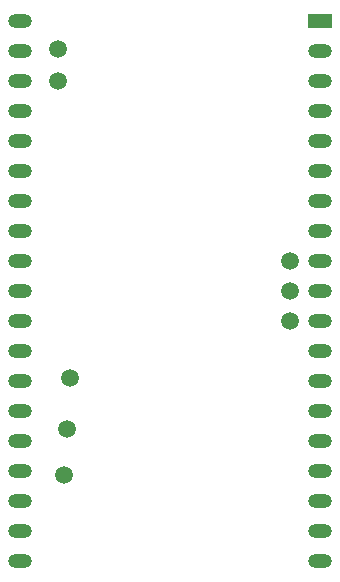
<source format=gbr>
%TF.GenerationSoftware,KiCad,Pcbnew,7.0.5-0*%
%TF.CreationDate,2023-06-28T16:51:41-07:00*%
%TF.ProjectId,SLM-VERA,534c4d2d-5645-4524-912e-6b696361645f,rev?*%
%TF.SameCoordinates,PX5f5d2a1PY5f5eba0*%
%TF.FileFunction,Copper,L2,Bot*%
%TF.FilePolarity,Positive*%
%FSLAX46Y46*%
G04 Gerber Fmt 4.6, Leading zero omitted, Abs format (unit mm)*
G04 Created by KiCad (PCBNEW 7.0.5-0) date 2023-06-28 16:51:41*
%MOMM*%
%LPD*%
G01*
G04 APERTURE LIST*
%TA.AperFunction,ComponentPad*%
%ADD10C,1.500000*%
%TD*%
%TA.AperFunction,ComponentPad*%
%ADD11R,2.000000X1.200000*%
%TD*%
%TA.AperFunction,ComponentPad*%
%ADD12O,2.000000X1.200000*%
%TD*%
G04 APERTURE END LIST*
D10*
%TO.P,~{LED3},1,1*%
%TO.N,/~{LED3}*%
X5700000Y16600000D03*
%TD*%
%TO.P,~{LASER2},1,1*%
%TO.N,/~{LASER2}*%
X24396141Y23946417D03*
%TD*%
%TO.P,STROBE,1,1*%
%TO.N,/STROBE*%
X4699999Y41720000D03*
%TD*%
%TO.P,~{LASER1},1,1*%
%TO.N,/~{LASER1}*%
X24400000Y26500000D03*
%TD*%
%TO.P,~{LED1},1,1*%
%TO.N,/~{LED1}*%
X5200000Y8400000D03*
%TD*%
%TO.P,TRIGGER,1,1*%
%TO.N,/TRIGGER*%
X4699999Y44420000D03*
%TD*%
%TO.P,~{LASER3},1,1*%
%TO.N,/~{LASER3}*%
X24400000Y21400000D03*
%TD*%
%TO.P,~{LED2},1,1*%
%TO.N,/~{LED2}*%
X5500000Y12300000D03*
%TD*%
D11*
%TO.P,U4,1,3V3*%
%TO.N,+3V3*%
X26899999Y46820000D03*
D12*
%TO.P,U4,2,CHIP_PU*%
%TO.N,unconnected-(U4-CHIP_PU-Pad2)*%
X26899999Y44280000D03*
%TO.P,U4,3,SENSOR_VP/GPIO36/ADC1_CH0*%
%TO.N,unconnected-(U4-SENSOR_VP{slash}GPIO36{slash}ADC1_CH0-Pad3)*%
X26899999Y41740000D03*
%TO.P,U4,4,SENSOR_VN/GPIO39/ADC1_CH3*%
%TO.N,unconnected-(U4-SENSOR_VN{slash}GPIO39{slash}ADC1_CH3-Pad4)*%
X26899999Y39200000D03*
%TO.P,U4,5,VDET_1/GPIO34/ADC1_CH6*%
%TO.N,unconnected-(U4-VDET_1{slash}GPIO34{slash}ADC1_CH6-Pad5)*%
X26899999Y36660000D03*
%TO.P,U4,6,VDET_2/GPIO35/ADC1_CH7*%
%TO.N,unconnected-(U4-VDET_2{slash}GPIO35{slash}ADC1_CH7-Pad6)*%
X26899999Y34120000D03*
%TO.P,U4,7,32K_XP/GPIO32/ADC1_CH4*%
%TO.N,unconnected-(U4-32K_XP{slash}GPIO32{slash}ADC1_CH4-Pad7)*%
X26899999Y31580000D03*
%TO.P,U4,8,32K_XN/GPIO33/ADC1_CH5*%
%TO.N,unconnected-(U4-32K_XN{slash}GPIO33{slash}ADC1_CH5-Pad8)*%
X26899999Y29040000D03*
%TO.P,U4,9,DAC_1/ADC2_CH8/GPIO25*%
%TO.N,/~{LASER1}*%
X26899999Y26500000D03*
%TO.P,U4,10,DAC_2/ADC2_CH9/GPIO26*%
%TO.N,/~{LASER2}*%
X26899999Y23960000D03*
%TO.P,U4,11,ADC2_CH7/GPIO27*%
%TO.N,/~{LASER3}*%
X26899999Y21420000D03*
%TO.P,U4,12,MTMS/GPIO14/ADC2_CH6*%
%TO.N,unconnected-(U4-MTMS{slash}GPIO14{slash}ADC2_CH6-Pad12)*%
X26899999Y18880000D03*
%TO.P,U4,13,MTDI/GPIO12/ADC2_CH5*%
%TO.N,unconnected-(U4-MTDI{slash}GPIO12{slash}ADC2_CH5-Pad13)*%
X26899999Y16340000D03*
%TO.P,U4,14,GND*%
%TO.N,GND*%
X26899999Y13800000D03*
%TO.P,U4,15,MTCK/GPIO13/ADC2_CH4*%
%TO.N,unconnected-(U4-MTCK{slash}GPIO13{slash}ADC2_CH4-Pad15)*%
X26899999Y11260000D03*
%TO.P,U4,16,SD_DATA2/GPIO9*%
%TO.N,unconnected-(U4-SD_DATA2{slash}GPIO9-Pad16)*%
X26899999Y8720000D03*
%TO.P,U4,17,SD_DATA3/GPIO10*%
%TO.N,unconnected-(U4-SD_DATA3{slash}GPIO10-Pad17)*%
X26899999Y6180000D03*
%TO.P,U4,18,CMD*%
%TO.N,unconnected-(U4-CMD-Pad18)*%
X26899999Y3640000D03*
%TO.P,U4,19,5V*%
%TO.N,unconnected-(U4-5V-Pad19)*%
X26899999Y1100000D03*
%TO.P,U4,20,SD_CLK/GPIO6*%
%TO.N,unconnected-(U4-SD_CLK{slash}GPIO6-Pad20)*%
X1503679Y1102720D03*
%TO.P,U4,21,SD_DATA0/GPIO7*%
%TO.N,unconnected-(U4-SD_DATA0{slash}GPIO7-Pad21)*%
X1503679Y3642720D03*
%TO.P,U4,22,SD_DATA1/GPIO8*%
%TO.N,unconnected-(U4-SD_DATA1{slash}GPIO8-Pad22)*%
X1499999Y6180000D03*
%TO.P,U4,23,MTDO/GPIO15/ADC2_CH3*%
%TO.N,unconnected-(U4-MTDO{slash}GPIO15{slash}ADC2_CH3-Pad23)*%
X1499999Y8720000D03*
%TO.P,U4,24,ADC2_CH2/GPIO2*%
%TO.N,unconnected-(U4-ADC2_CH2{slash}GPIO2-Pad24)*%
X1499999Y11260000D03*
%TO.P,U4,25,GPIO0/BOOT/ADC2_CH1*%
%TO.N,unconnected-(U4-GPIO0{slash}BOOT{slash}ADC2_CH1-Pad25)*%
X1499999Y13800000D03*
%TO.P,U4,26,ADC2_CH0/GPIO4*%
%TO.N,unconnected-(U4-ADC2_CH0{slash}GPIO4-Pad26)*%
X1499999Y16340000D03*
%TO.P,U4,27,GPIO16*%
%TO.N,unconnected-(U4-GPIO16-Pad27)*%
X1499999Y18880000D03*
%TO.P,U4,28,GPIO17*%
%TO.N,unconnected-(U4-GPIO17-Pad28)*%
X1499999Y21420000D03*
%TO.P,U4,29,GPIO5*%
%TO.N,unconnected-(U4-GPIO5-Pad29)*%
X1499999Y23960000D03*
%TO.P,U4,30,GPIO18*%
%TO.N,/~{LED1}*%
X1499999Y26500000D03*
%TO.P,U4,31,GPIO19*%
%TO.N,/~{LED2}*%
X1499999Y29040000D03*
%TO.P,U4,32,GND*%
%TO.N,GND*%
X1499999Y31580000D03*
%TO.P,U4,33,GPIO21*%
%TO.N,/~{LED3}*%
X1499999Y34120000D03*
%TO.P,U4,34,U0RXD/GPIO3*%
%TO.N,unconnected-(U4-U0RXD{slash}GPIO3-Pad34)*%
X1499999Y36660000D03*
%TO.P,U4,35,U0TXD/GPIO1*%
%TO.N,unconnected-(U4-U0TXD{slash}GPIO1-Pad35)*%
X1499999Y39200000D03*
%TO.P,U4,36,GPIO22*%
%TO.N,/STROBE*%
X1499999Y41740000D03*
%TO.P,U4,37,GPIO23*%
%TO.N,/TRIGGER*%
X1499999Y44280000D03*
%TO.P,U4,38,GND*%
%TO.N,GND*%
X1499999Y46820000D03*
%TD*%
M02*

</source>
